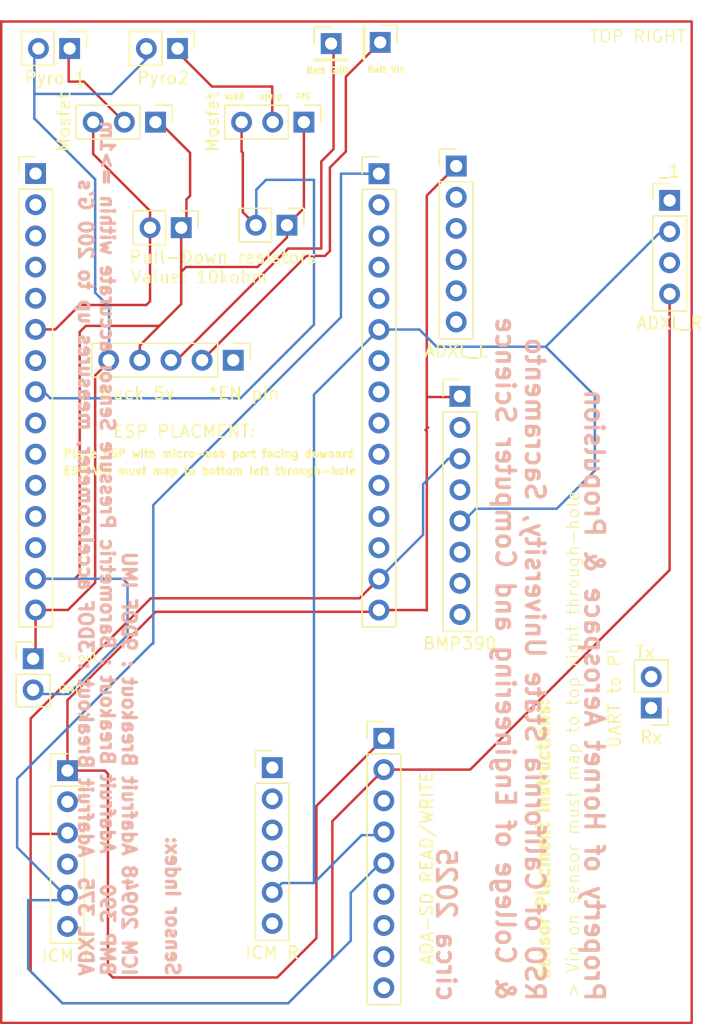
<source format=kicad_pcb>
(kicad_pcb (version 20241229) (generator "pcbnew") (generator_version "9.0")
  (layers (0 "F.Cu" mixed) (4 "In1.Cu" signal) (6 "In2.Cu" signal) (2 "B.Cu" mixed) (13 "F.Paste" user) (15 "B.Paste" user) (5 "F.SilkS" user "F.Silkscreen") (7 "B.SilkS" user "B.Silkscreen") (1 "F.Mask" user) (3 "B.Mask" user) (25 "Edge.Cuts" user))
  (net 0 "")
  (net 4 "Net-(-4-Pin_2)")
  (net 5 "Net-(-6-Pin_2)")
  (net 7 "unconnected-(J2-Pin_4-Pad4)")
  (net 10 "Battery Ground")
  (net 12 "/Vin")
  (net 16 "/GND_2")
  (net 17 "/CS_4")
  (net 19 "/MOSI")
  (net 21 "unconnected-(J9-Pin_7-Pad7)")
  (net 22 "/RX")
  (net 24 "/TX")
  (net 25 "unconnected-(J9-Pin_6-Pad6)")
  (footprint "Connector_PinHeader_2.54mm:PinHeader_1x02_P2.54mm_Vertical" (layer "F.Cu") (at 99.075 37.8 -90)
    (property "Reference" "-6" (hide yes))
    (property "Value" "Pull-Down resistors" (at 2.4 -3.425 0) (layer "F.SilkS"))
    (fp_line (start -1.38 3.92) (end 1.38 3.92) (stroke (width 0.12)) (layer "F.SilkS"))
    (fp_line (start -1.38 1.27) (end -1.38 3.92) (stroke (width 0.12)) (layer "F.SilkS"))
    (fp_line (start -1.38 1.27) (end 1.38 1.27) (stroke (width 0.12)) (layer "F.SilkS"))
    (fp_line (start 1.38 1.27) (end 1.38 3.92) (stroke (width 0.12)) (layer "F.SilkS"))
    (fp_line (start -1.38 0) (end -1.38 -1.38) (stroke (width 0.12)) (layer "F.SilkS"))
    (fp_line (start -1.38 -1.38) (end 0 -1.38) (stroke (width 0.12)) (layer "F.SilkS"))
    (pad "1" thru_hole rect (at 0 0 270) (size 1.7 1.7) (drill 1) (layers "*.Cu" "*.Mask"))
    (pad "2" thru_hole circle (at 0 2.54 270) (size 1.7 1.7) (drill 1) (layers "*.Cu" "*.Mask"))
  )
  (footprint "Connector_PinHeader_2.54mm:PinHeader_1x03_P2.54mm_Vertical" (layer "F.Cu") (at 109.08 29.2 -90)
    (property "Reference" "-3" (hide yes))
    (property "Value" "Mosfet" (at 0 7.46 90) (layer "F.SilkS"))
    (fp_line (start -1.38 6.46) (end 1.38 6.46) (stroke (width 0.12)) (layer "F.SilkS"))
    (fp_line (start -1.38 1.27) (end -1.38 6.46) (stroke (width 0.12)) (layer "F.SilkS"))
    (fp_line (start -1.38 1.27) (end 1.38 1.27) (stroke (width 0.12)) (layer "F.SilkS"))
    (fp_line (start 1.38 1.27) (end 1.38 6.46) (stroke (width 0.12)) (layer "F.SilkS"))
    (fp_line (start -1.38 0) (end -1.38 -1.38) (stroke (width 0.12)) (layer "F.SilkS"))
    (fp_line (start -1.38 -1.38) (end 0 -1.38) (stroke (width 0.12)) (layer "F.SilkS"))
    (pad "1" thru_hole rect (at 0 0 270) (size 1.7 1.7) (drill 1) (layers "*.Cu" "*.Mask"))
    (pad "2" thru_hole circle (at 0 2.54 270) (size 1.7 1.7) (drill 1) (layers "*.Cu" "*.Mask"))
    (pad "3" thru_hole circle (at 0 5.08 270) (size 1.7 1.7) (drill 1) (layers "*.Cu" "*.Mask"))
  )
  (footprint "Connector_PinHeader_2.54mm:PinHeader_1x08_P2.54mm_Vertical" (layer "F.Cu") (at 121.8 51.54)
    (property "Reference" "BMP390" (hide yes))
    (property "Value" "BMP390" (at 0 20.16 0) (layer "F.SilkS"))
    (fp_line (start -1.38 -1.38) (end 0 -1.38) (stroke (width 0.12)) (layer "F.SilkS"))
    (fp_line (start -1.38 0) (end -1.38 -1.38) (stroke (width 0.12)) (layer "F.SilkS"))
    (fp_line (start -1.38 1.27) (end -1.38 19.16) (stroke (width 0.12)) (layer "F.SilkS"))
    (fp_line (start -1.38 1.27) (end 1.38 1.27) (stroke (width 0.12)) (layer "F.SilkS"))
    (fp_line (start -1.38 19.16) (end 1.38 19.16) (stroke (width 0.12)) (layer "F.SilkS"))
    (fp_line (start 1.38 1.27) (end 1.38 19.16) (stroke (width 0.12)) (layer "F.SilkS"))
    (pad "1" thru_hole rect (at 0 0) (size 1.7 1.7) (drill 1) (layers "*.Cu" "*.Mask"))
    (pad "2" thru_hole circle (at 0 2.54) (size 1.7 1.7) (drill 1) (layers "*.Cu" "*.Mask"))
    (pad "3" thru_hole circle (at 0 5.08) (size 1.7 1.7) (drill 1) (layers "*.Cu" "*.Mask"))
    (pad "4" thru_hole circle (at 0 7.62) (size 1.7 1.7) (drill 1) (layers "*.Cu" "*.Mask"))
    (pad "5" thru_hole circle (at 0 10.16) (size 1.7 1.7) (drill 1) (layers "*.Cu" "*.Mask"))
    (pad "6" thru_hole circle (at 0 12.7) (size 1.7 1.7) (drill 1) (layers "*.Cu" "*.Mask"))
    (pad "7" thru_hole circle (at 0 15.24) (size 1.7 1.7) (drill 1) (layers "*.Cu" "*.Mask"))
    (pad "8" thru_hole circle (at 0 17.78) (size 1.7 1.7) (drill 1) (layers "*.Cu" "*.Mask"))
  )
  (footprint "Connector_PinHeader_2.54mm:PinHeader_1x03_P2.54mm_Vertical" (layer "F.Cu") (at 96.98 29.2 -90)
    (property "Reference" "-5" (hide yes))
    (property "Value" "Mosfet" (at 0 7.46 90) (layer "F.SilkS"))
    (fp_line (start -1.38 6.46) (end 1.38 6.46) (stroke (width 0.12)) (layer "F.SilkS"))
    (fp_line (start -1.38 1.27) (end -1.38 6.46) (stroke (width 0.12)) (layer "F.SilkS"))
    (fp_line (start -1.38 1.27) (end 1.38 1.27) (stroke (width 0.12)) (layer "F.SilkS"))
    (fp_line (start 1.38 1.27) (end 1.38 6.46) (stroke (width 0.12)) (layer "F.SilkS"))
    (fp_line (start -1.38 0) (end -1.38 -1.38) (stroke (width 0.12)) (layer "F.SilkS"))
    (fp_line (start -1.38 -1.38) (end 0 -1.38) (stroke (width 0.12)) (layer "F.SilkS"))
    (pad "1" thru_hole rect (at 0 0 270) (size 1.7 1.7) (drill 1) (layers "*.Cu" "*.Mask"))
    (pad "2" thru_hole circle (at 0 2.54 270) (size 1.7 1.7) (drill 1) (layers "*.Cu" "*.Mask"))
    (pad "3" thru_hole circle (at 0 5.08 270) (size 1.7 1.7) (drill 1) (layers "*.Cu" "*.Mask"))
  )
  (footprint "Connector_PinHeader_2.54mm:PinHeader_1x02_P2.54mm_Vertical" (layer "F.Cu") (at 89.975 23.2 -90)
    (property "Reference" "Pyro 1" (hide yes))
    (property "Value" "" (hide yes))
    (fp_line (start -1.38 3.92) (end 1.38 3.92) (stroke (width 0.12)) (layer "F.SilkS"))
    (fp_line (start -1.38 1.27) (end -1.38 3.92) (stroke (width 0.12)) (layer "F.SilkS"))
    (fp_line (start -1.38 1.27) (end 1.38 1.27) (stroke (width 0.12)) (layer "F.SilkS"))
    (fp_line (start 1.38 1.27) (end 1.38 3.92) (stroke (width 0.12)) (layer "F.SilkS"))
    (fp_line (start -1.38 0) (end -1.38 -1.38) (stroke (width 0.12)) (layer "F.SilkS"))
    (fp_line (start -1.38 -1.38) (end 0 -1.38) (stroke (width 0.12)) (layer "F.SilkS"))
    (fp_text user "${REFERENCE}" (at 2.4 1.175 0) (layer "F.SilkS"))
    (pad "1" thru_hole rect (at 0 0 270) (size 1.7 1.7) (drill 1) (layers "*.Cu" "*.Mask"))
    (pad "2" thru_hole circle (at 0 2.54 270) (size 1.7 1.7) (drill 1) (layers "*.Cu" "*.Mask"))
  )
  (footprint "Connector_PinHeader_2.54mm:PinHeader_1x06_P2.54mm_Vertical" (layer "F.Cu") (at 106.5 81.8)
    (property "Reference" "-8" (hide yes))
    (property "Value" "ICM R" (at 0 15.08 0) (layer "F.SilkS"))
    (fp_line (start -1.38 -1.38) (end 0 -1.38) (stroke (width 0.12)) (layer "F.SilkS"))
    (fp_line (start -1.38 0) (end -1.38 -1.38) (stroke (width 0.12)) (layer "F.SilkS"))
    (fp_line (start -1.38 1.27) (end -1.38 14.08) (stroke (width 0.12)) (layer "F.SilkS"))
    (fp_line (start -1.38 1.27) (end 1.38 1.27) (stroke (width 0.12)) (layer "F.SilkS"))
    (fp_line (start -1.38 14.08) (end 1.38 14.08) (stroke (width 0.12)) (layer "F.SilkS"))
    (fp_line (start 1.38 1.27) (end 1.38 14.08) (stroke (width 0.12)) (layer "F.SilkS"))
    (pad "1" thru_hole rect (at 0 0) (size 1.7 1.7) (drill 1) (layers "*.Cu" "*.Mask"))
    (pad "2" thru_hole circle (at 0 2.54) (size 1.7 1.7) (drill 1) (layers "*.Cu" "*.Mask"))
    (pad "3" thru_hole circle (at 0 5.08) (size 1.7 1.7) (drill 1) (layers "*.Cu" "*.Mask"))
    (pad "4" thru_hole circle (at 0 7.62) (size 1.7 1.7) (drill 1) (layers "*.Cu" "*.Mask"))
    (pad "5" thru_hole circle (at 0 10.16) (size 1.7 1.7) (drill 1) (layers "*.Cu" "*.Mask"))
    (pad "6" thru_hole circle (at 0 12.7) (size 1.7 1.7) (drill 1) (layers "*.Cu" "*.Mask"))
  )
  (footprint "Connector_PinHeader_2.54mm:PinHeader_1x02_P2.54mm_Vertical" (layer "F.Cu") (at 107.7 37.6 -90)
    (property "Reference" "-4" (hide yes))
    (property "Value" "Pull-Down resistor" (hide yes))
    (fp_line (start -1.38 3.92) (end 1.38 3.92) (stroke (width 0.12)) (layer "F.SilkS"))
    (fp_line (start -1.38 1.27) (end -1.38 3.92) (stroke (width 0.12)) (layer "F.SilkS"))
    (fp_line (start -1.38 1.27) (end 1.38 1.27) (stroke (width 0.12)) (layer "F.SilkS"))
    (fp_line (start 1.38 1.27) (end 1.38 3.92) (stroke (width 0.12)) (layer "F.SilkS"))
    (fp_line (start -1.38 0) (end -1.38 -1.38) (stroke (width 0.12)) (layer "F.SilkS"))
    (fp_line (start -1.38 -1.38) (end 0 -1.38) (stroke (width 0.12)) (layer "F.SilkS"))
    (pad "1" thru_hole rect (at 0 0 270) (size 1.7 1.7) (drill 1) (layers "*.Cu" "*.Mask"))
    (pad "2" thru_hole circle (at 0 2.54 270) (size 1.7 1.7) (drill 1) (layers "*.Cu" "*.Mask"))
  )
  (footprint "Connector_PinHeader_2.54mm:PinHeader_1x05_P2.54mm_Vertical" (layer "F.Cu") (at 103.32 48.6 -90)
    (property "Reference" "Buck 5v" (at 2.7 7.82 180) (layer "F.SilkS"))
    (property "Value" "*EN pin" (at 2.7 -0.88 0) (layer "F.SilkS"))
    (fp_line (start -1.38 11.54) (end 1.38 11.54) (stroke (width 0.12)) (layer "F.SilkS"))
    (fp_line (start -1.38 1.27) (end -1.38 11.54) (stroke (width 0.12)) (layer "F.SilkS"))
    (fp_line (start -1.38 1.27) (end 1.38 1.27) (stroke (width 0.12)) (layer "F.SilkS"))
    (fp_line (start 1.38 1.27) (end 1.38 11.54) (stroke (width 0.12)) (layer "F.SilkS"))
    (fp_line (start -1.38 0) (end -1.38 -1.38) (stroke (width 0.12)) (layer "F.SilkS"))
    (fp_line (start -1.38 -1.38) (end 0 -1.38) (stroke (width 0.12)) (layer "F.SilkS"))
    (pad "1" thru_hole rect (at 0 0 270) (size 1.7 1.7) (drill 1) (layers "*.Cu" "*.Mask"))
    (pad "2" thru_hole circle (at 0 2.54 270) (size 1.7 1.7) (drill 1) (layers "*.Cu" "*.Mask"))
    (pad "3" thru_hole circle (at 0 5.08 270) (size 1.7 1.7) (drill 1) (layers "*.Cu" "*.Mask"))
    (pad "4" thru_hole circle (at 0 7.62 270) (size 1.7 1.7) (drill 1) (layers "*.Cu" "*.Mask"))
    (pad "5" thru_hole circle (at 0 10.16 270) (size 1.7 1.7) (drill 1) (layers "*.Cu" "*.Mask"))
  )
  (footprint "Connector_PinHeader_2.54mm:PinHeader_1x15_P2.54mm_Vertical" (layer "F.Cu") (at 87.2 33.39)
    (property "Reference" "ESP_L" (hide yes))
    (property "Value" "ESP left_pins" (hide yes))
    (fp_line (start -1.38 -1.38) (end 0 -1.38) (stroke (width 0.12)) (layer "F.SilkS"))
    (fp_line (start -1.38 0) (end -1.38 -1.38) (stroke (width 0.12)) (layer "F.SilkS"))
    (fp_line (start -1.38 1.27) (end -1.38 36.94) (stroke (width 0.12)) (layer "F.SilkS"))
    (fp_line (start -1.38 1.27) (end 1.38 1.27) (stroke (width 0.12)) (layer "F.SilkS"))
    (fp_line (start -1.38 36.94) (end 1.38 36.94) (stroke (width 0.12)) (layer "F.SilkS"))
    (fp_line (start 1.38 1.27) (end 1.38 36.94) (stroke (width 0.12)) (layer "F.SilkS"))
    (pad "1" thru_hole rect (at 0 0) (size 1.7 1.7) (drill 1) (layers "*.Cu" "*.Mask"))
    (pad "2" thru_hole circle (at 0 2.54) (size 1.7 1.7) (drill 1) (layers "*.Cu" "*.Mask"))
    (pad "3" thru_hole circle (at 0 5.08) (size 1.7 1.7) (drill 1) (layers "*.Cu" "*.Mask"))
    (pad "4" thru_hole circle (at 0 7.62) (size 1.7 1.7) (drill 1) (layers "*.Cu" "*.Mask") (net 7 "unconnected-(J2-Pin_4-Pad4)"))
    (pad "5" thru_hole circle (at 0 10.16) (size 1.7 1.7) (drill 1) (layers "*.Cu" "*.Mask"))
    (pad "6" thru_hole circle (at 0 12.7) (size 1.7 1.7) (drill 1) (layers "*.Cu" "*.Mask") (net 5 "Net-(-6-Pin_2)"))
    (pad "7" thru_hole circle (at 0 15.24) (size 1.7 1.7) (drill 1) (layers "*.Cu" "*.Mask"))
    (pad "8" thru_hole circle (at 0 17.78) (size 1.7 1.7) (drill 1) (layers "*.Cu" "*.Mask") (net 4 "Net-(-4-Pin_2)"))
    (pad "9" thru_hole circle (at 0 20.32) (size 1.7 1.7) (drill 1) (layers "*.Cu" "*.Mask"))
    (pad "10" thru_hole circle (at 0 22.86) (size 1.7 1.7) (drill 1) (layers "*.Cu" "*.Mask"))
    (pad "11" thru_hole circle (at 0 25.4) (size 1.7 1.7) (drill 1) (layers "*.Cu" "*.Mask"))
    (pad "12" thru_hole circle (at 0 27.94) (size 1.7 1.7) (drill 1) (layers "*.Cu" "*.Mask"))
    (pad "13" thru_hole circle (at 0 30.48) (size 1.7 1.7) (drill 1) (layers "*.Cu" "*.Mask"))
    (pad "14" thru_hole circle (at 0 33.02) (size 1.7 1.7) (drill 1) (layers "*.Cu" "*.Mask") (net 16 "/GND_2"))
    (pad "15" thru_hole circle (at 0 35.56) (size 1.7 1.7) (drill 1) (layers "*.Cu" "*.Mask") (net 12 "/Vin"))
  )
  (footprint "Connector_PinHeader_2.54mm:PinHeader_1x01_P2.54mm_Vertical" (layer "F.Cu") (at 115.3 22.7 -90)
    (property "Reference" "J4" (hide yes))
    (property "Value" "Batt_Vin" (hide yes))
    (fp_line (start -1.38 1.38) (end 1.38 1.38) (stroke (width 0.12)) (layer "F.SilkS"))
    (fp_line (start -1.38 1.27) (end -1.38 1.38) (stroke (width 0.12)) (layer "F.SilkS"))
    (fp_line (start -1.38 1.27) (end 1.38 1.27) (stroke (width 0.12)) (layer "F.SilkS"))
    (fp_line (start 1.38 1.27) (end 1.38 1.38) (stroke (width 0.12)) (layer "F.SilkS"))
    (fp_line (start -1.38 0) (end -1.38 -1.38) (stroke (width 0.12)) (layer "F.SilkS"))
    (fp_line (start -1.38 -1.38) (end 0 -1.38) (stroke (width 0.12)) (layer "F.SilkS"))
    (pad "1" thru_hole rect (at 0 0 270) (size 1.7 1.7) (drill 1) (layers "*.Cu" "*.Mask"))
  )
  (footprint "Connector_PinHeader_2.54mm:PinHeader_1x01_P2.54mm_Vertical" (layer "F.Cu") (at 111.3 22.8)
    (property "Reference" "Batt GND" (at -0.3 2.2 0) (layer "F.SilkS") (effects (font (size 0.5 0.5) (thickness 0.1375))))
    (property "Value" "Batt_GND" (hide yes))
    (fp_line (start -1.38 -1.38) (end 0 -1.38) (stroke (width 0.12)) (layer "F.SilkS"))
    (fp_line (start -1.38 0) (end -1.38 -1.38) (stroke (width 0.12)) (layer "F.SilkS"))
    (fp_line (start -1.38 1.27) (end -1.38 1.38) (stroke (width 0.12)) (layer "F.SilkS"))
    (fp_line (start -1.38 1.27) (end 1.38 1.27) (stroke (width 0.12)) (layer "F.SilkS"))
    (fp_line (start -1.38 1.38) (end 1.38 1.38) (stroke (width 0.12)) (layer "F.SilkS"))
    (fp_line (start 1.38 1.27) (end 1.38 1.38) (stroke (width 0.12)) (layer "F.SilkS"))
    (pad "1" thru_hole rect (at 0 0) (size 1.7 1.7) (drill 1) (layers "*.Cu" "*.Mask") (net 10 "Battery Ground"))
  )
  (footprint "Connector_PinHeader_2.54mm:PinHeader_1x04_P2.54mm_Vertical" (layer "F.Cu") (at 138.9 35.58)
    (property "Reference" "_1" (at 0 -2.38 0) (layer "F.SilkS"))
    (property "Value" "ADXL_R" (at 0 10 0) (layer "F.SilkS"))
    (fp_line (start -1.38 -1.38) (end 0 -1.38) (stroke (width 0.12)) (layer "F.SilkS"))
    (fp_line (start -1.38 0) (end -1.38 -1.38) (stroke (width 0.12)) (layer "F.SilkS"))
    (fp_line (start -1.38 1.27) (end -1.38 9) (stroke (width 0.12)) (layer "F.SilkS"))
    (fp_line (start -1.38 1.27) (end 1.38 1.27) (stroke (width 0.12)) (layer "F.SilkS"))
    (fp_line (start -1.38 9) (end 1.38 9) (stroke (width 0.12)) (layer "F.SilkS"))
    (fp_line (start 1.38 1.27) (end 1.38 9) (stroke (width 0.12)) (layer "F.SilkS"))
    (pad "1" thru_hole rect (at 0 0) (size 1.7 1.7) (drill 1) (layers "*.Cu" "*.Mask"))
    (pad "2" thru_hole circle (at 0 2.54) (size 1.7 1.7) (drill 1) (layers "*.Cu" "*.Mask"))
    (pad "3" thru_hole circle (at 0 5.08) (size 1.7 1.7) (drill 1) (layers "*.Cu" "*.Mask"))
    (pad "4" thru_hole circle (at 0 7.62) (size 1.7 1.7) (drill 1) (layers "*.Cu" "*.Mask"))
  )
  (footprint "Connector_PinHeader_2.54mm:PinHeader_1x06_P2.54mm_Vertical" (layer "F.Cu") (at 89.8 82.04)
    (property "Reference" "-7" (hide yes))
    (property "Value" "ICM L" (at 0 15.08 0) (layer "F.SilkS"))
    (fp_line (start -1.38 -1.38) (end 0 -1.38) (stroke (width 0.12)) (layer "F.SilkS"))
    (fp_line (start -1.38 0) (end -1.38 -1.38) (stroke (width 0.12)) (layer "F.SilkS"))
    (fp_line (start -1.38 1.27) (end -1.38 14.08) (stroke (width 0.12)) (layer "F.SilkS"))
    (fp_line (start -1.38 1.27) (end 1.38 1.27) (stroke (width 0.12)) (layer "F.SilkS"))
    (fp_line (start -1.38 14.08) (end 1.38 14.08) (stroke (width 0.12)) (layer "F.SilkS"))
    (fp_line (start 1.38 1.27) (end 1.38 14.08) (stroke (width 0.12)) (layer "F.SilkS"))
    (pad "1" thru_hole rect (at 0 0) (size 1.7 1.7) (drill 1) (layers "*.Cu" "*.Mask"))
    (pad "2" thru_hole circle (at 0 2.54) (size 1.7 1.7) (drill 1) (layers "*.Cu" "*.Mask"))
    (pad "3" thru_hole circle (at 0 5.08) (size 1.7 1.7) (drill 1) (layers "*.Cu" "*.Mask"))
    (pad "4" thru_hole circle (at 0 7.62) (size 1.7 1.7) (drill 1) (layers "*.Cu" "*.Mask"))
    (pad "5" thru_hole circle (at 0 10.16) (size 1.7 1.7) (drill 1) (layers "*.Cu" "*.Mask"))
    (pad "6" thru_hole circle (at 0 12.7) (size 1.7 1.7) (drill 1) (layers "*.Cu" "*.Mask"))
  )
  (footprint "Connector_PinHeader_2.54mm:PinHeader_1x09_P2.54mm_Vertical" (layer "F.Cu") (at 115.6 79.42)
    (property "Reference" "J11" (hide yes))
    (property "Value" "ADA-SD READ/WRITE" (at 3.5 10.58 90) (layer "F.SilkS"))
    (fp_line (start -1.38 -1.38) (end 0 -1.38) (stroke (width 0.12)) (layer "F.SilkS"))
    (fp_line (start -1.38 0) (end -1.38 -1.38) (stroke (width 0.12)) (layer "F.SilkS"))
    (fp_line (start -1.38 1.27) (end -1.38 21.7) (stroke (width 0.12)) (layer "F.SilkS"))
    (fp_line (start -1.38 1.27) (end 1.38 1.27) (stroke (width 0.12)) (layer "F.SilkS"))
    (fp_line (start -1.38 21.7) (end 1.38 21.7) (stroke (width 0.12)) (layer "F.SilkS"))
    (fp_line (start 1.38 1.27) (end 1.38 21.7) (stroke (width 0.12)) (layer "F.SilkS"))
    (pad "1" thru_hole rect (at 0 0) (size 1.7 1.7) (drill 1) (layers "*.Cu" "*.Mask"))
    (pad "2" thru_hole circle (at 0 2.54) (size 1.7 1.7) (drill 1) (layers "*.Cu" "*.Mask"))
    (pad "3" thru_hole circle (at 0 5.08) (size 1.7 1.7) (drill 1) (layers "*.Cu" "*.Mask"))
    (pad "4" thru_hole circle (at 0 7.62) (size 1.7 1.7) (drill 1) (layers "*.Cu" "*.Mask"))
    (pad "5" thru_hole circle (at 0 10.16) (size 1.7 1.7) (drill 1) (layers "*.Cu" "*.Mask"))
    (pad "6" thru_hole circle (at 0 12.7) (size 1.7 1.7) (drill 1) (layers "*.Cu" "*.Mask"))
    (pad "7" thru_hole circle (at 0 15.24) (size 1.7 1.7) (drill 1) (layers "*.Cu" "*.Mask"))
    (pad "8" thru_hole circle (at 0 17.78) (size 1.7 1.7) (drill 1) (layers "*.Cu" "*.Mask"))
    (pad "9" thru_hole circle (at 0 20.32) (size 1.7 1.7) (drill 1) (layers "*.Cu" "*.Mask"))
  )
  (footprint "Connector_PinHeader_2.54mm:PinHeader_1x15_P2.54mm_Vertical" (layer "F.Cu") (at 115.2 33.4)
    (property "Reference" "ESP_R" (hide yes))
    (property "Value" "ESP right_pins" (hide yes))
    (fp_line (start -1.38 -1.38) (end 0 -1.38) (stroke (width 0.12)) (layer "F.SilkS"))
    (fp_line (start -1.38 0) (end -1.38 -1.38) (stroke (width 0.12)) (layer "F.SilkS"))
    (fp_line (start -1.38 1.27) (end -1.38 36.94) (stroke (width 0.12)) (layer "F.SilkS"))
    (fp_line (start -1.38 1.27) (end 1.38 1.27) (stroke (width 0.12)) (layer "F.SilkS"))
    (fp_line (start -1.38 36.94) (end 1.38 36.94) (stroke (width 0.12)) (layer "F.SilkS"))
    (fp_line (start 1.38 1.27) (end 1.38 36.94) (stroke (width 0.12)) (layer "F.SilkS"))
    (pad "1" thru_hole rect (at 0 0) (size 1.7 1.7) (drill 1) (layers "*.Cu" "*.Mask") (net 19 "/MOSI"))
    (pad "2" thru_hole circle (at 0 2.54) (size 1.7 1.7) (drill 1) (layers "*.Cu" "*.Mask"))
    (pad "3" thru_hole circle (at 0 5.08) (size 1.7 1.7) (drill 1) (layers "*.Cu" "*.Mask"))
    (pad "4" thru_hole circle (at 0 7.62) (size 1.7 1.7) (drill 1) (layers "*.Cu" "*.Mask"))
    (pad "5" thru_hole circle (at 0 10.16) (size 1.7 1.7) (drill 1) (layers "*.Cu" "*.Mask"))
    (pad "6" thru_hole circle (at 0 12.7) (size 1.7 1.7) (drill 1) (layers "*.Cu" "*.Mask") (net 25 "unconnected-(J9-Pin_6-Pad6)"))
    (pad "7" thru_hole circle (at 0 15.24) (size 1.7 1.7) (drill 1) (layers "*.Cu" "*.Mask") (net 21 "unconnected-(J9-Pin_7-Pad7)"))
    (pad "8" thru_hole circle (at 0 17.78) (size 1.7 1.7) (drill 1) (layers "*.Cu" "*.Mask") (net 17 "/CS_4"))
    (pad "9" thru_hole circle (at 0 20.32) (size 1.7 1.7) (drill 1) (layers "*.Cu" "*.Mask") (net 24 "/TX"))
    (pad "10" thru_hole circle (at 0 22.86) (size 1.7 1.7) (drill 1) (layers "*.Cu" "*.Mask") (net 22 "/RX"))
    (pad "11" thru_hole circle (at 0 25.4) (size 1.7 1.7) (drill 1) (layers "*.Cu" "*.Mask"))
    (pad "12" thru_hole circle (at 0 27.94) (size 1.7 1.7) (drill 1) (layers "*.Cu" "*.Mask"))
    (pad "13" thru_hole circle (at 0 30.48) (size 1.7 1.7) (drill 1) (layers "*.Cu" "*.Mask"))
    (pad "14" thru_hole circle (at 0 33.02) (size 1.7 1.7) (drill 1) (layers "*.Cu" "*.Mask"))
    (pad "15" thru_hole circle (at 0 35.56) (size 1.7 1.7) (drill 1) (layers "*.Cu" "*.Mask"))
  )
  (footprint "Connector_PinHeader_2.54mm:PinHeader_1x06_P2.54mm_Vertical" (layer "F.Cu") (at 121.5 32.78)
    (property "Reference" "_2" (hide yes))
    (property "Value" "ADXL_L" (at 0 15.08 0) (layer "F.SilkS"))
    (fp_line (start -1.38 -1.38) (end 0 -1.38) (stroke (width 0.12)) (layer "F.SilkS"))
    (fp_line (start -1.38 0) (end -1.38 -1.38) (stroke (width 0.12)) (layer "F.SilkS"))
    (fp_line (start -1.38 1.27) (end -1.38 14.08) (stroke (width 0.12)) (layer "F.SilkS"))
    (fp_line (start -1.38 1.27) (end 1.38 1.27) (stroke (width 0.12)) (layer "F.SilkS"))
    (fp_line (start -1.38 14.08) (end 1.38 14.08) (stroke (width 0.12)) (layer "F.SilkS"))
    (fp_line (start 1.38 1.27) (end 1.38 14.08) (stroke (width 0.12)) (layer "F.SilkS"))
    (pad "1" thru_hole rect (at 0 0) (size 1.7 1.7) (drill 1) (layers "*.Cu" "*.Mask"))
    (pad "2" thru_hole circle (at 0 2.54) (size 1.7 1.7) (drill 1) (layers "*.Cu" "*.Mask"))
    (pad "3" thru_hole circle (at 0 5.08) (size 1.7 1.7) (drill 1) (layers "*.Cu" "*.Mask"))
    (pad "4" thru_hole circle (at 0 7.62) (size 1.7 1.7) (drill 1) (layers "*.Cu" "*.Mask"))
    (pad "5" thru_hole circle (at 0 10.16) (size 1.7 1.7) (drill 1) (layers "*.Cu" "*.Mask"))
    (pad "6" thru_hole circle (at 0 12.7) (size 1.7 1.7) (drill 1) (layers "*.Cu" "*.Mask"))
  )
  (footprint "Connector_PinHeader_2.54mm:PinHeader_1x02_P2.54mm_Vertical" (layer "F.Cu") (at 98.775 23.2 -90)
    (property "Reference" "_3" (hide yes))
    (property "Value" "Pyro2" (at 2.4 1.175 180) (layer "F.SilkS"))
    (fp_line (start -1.38 3.92) (end 1.38 3.92) (stroke (width 0.12)) (layer "F.SilkS"))
    (fp_line (start -1.38 1.27) (end -1.38 3.92) (stroke (width 0.12)) (layer "F.SilkS"))
    (fp_line (start -1.38 1.27) (end 1.38 1.27) (stroke (width 0.12)) (layer "F.SilkS"))
    (fp_line (start 1.38 1.27) (end 1.38 3.92) (stroke (width 0.12)) (layer "F.SilkS"))
    (fp_line (start -1.38 0) (end -1.38 -1.38) (stroke (width 0.12)) (layer "F.SilkS"))
    (fp_line (start -1.38 -1.38) (end 0 -1.38) (stroke (width 0.12)) (layer "F.SilkS"))
    (pad "1" thru_hole rect (at 0 0 270) (size 1.7 1.7) (drill 1) (layers "*.Cu" "*.Mask"))
    (pad "2" thru_hole circle (at 0 2.54 270) (size 1.7 1.7) (drill 1) (layers "*.Cu" "*.Mask"))
  )
  (footprint "Connector_PinHeader_2.54mm:PinHeader_1x02_P2.54mm_Vertical" (layer "F.Cu") (at 137.4 76.94 180)
    (property "Reference" "Rx" (at 0 -2.38 0) (layer "F.SilkS"))
    (property "Value" "UART to Pi" (at 3 0.775 90) (layer "F.SilkS"))
    (fp_line (start 1.38 1.27) (end 1.38 3.92) (stroke (width 0.12)) (layer "F.SilkS"))
    (fp_line (start -1.38 3.92) (end 1.38 3.92) (stroke (width 0.12)) (layer "F.SilkS"))
    (fp_line (start -1.38 1.27) (end 1.38 1.27) (stroke (width 0.12)) (layer "F.SilkS"))
    (fp_line (start -1.38 1.27) (end -1.38 3.92) (stroke (width 0.12)) (layer "F.SilkS"))
    (fp_line (start -1.38 0) (end -1.38 -1.38) (stroke (width 0.12)) (layer "F.SilkS"))
    (fp_line (start -1.38 -1.38) (end 0 -1.38) (stroke (width 0.12)) (layer "F.SilkS"))
    (fp_text user "Tx" (at 0.5 4.54 180) (layer "F.SilkS"))
    (pad "1" thru_hole rect (at 0 0 180) (size 1.7 1.7) (drill 1) (layers "*.Cu" "*.Mask"))
    (pad "2" thru_hole circle (at 0 2.54 180) (size 1.7 1.7) (drill 1) (layers "*.Cu" "*.Mask"))
  )
  (footprint "Connector_PinHeader_2.54mm:PinHeader_1x02_P2.54mm_Vertical" (layer "F.Cu") (at 87 72.925)
    (property "Reference" "ESP PLACMENT: " (at 12.7 -18.525 0) (layer "F.SilkS"))
    (property "Value" "PowerToPi" (hide yes))
    (fp_line (start -1.38 -1.38) (end 0 -1.38) (stroke (width 0.12)) (layer "F.SilkS"))
    (fp_line (start -1.38 0) (end -1.38 -1.38) (stroke (width 0.12)) (layer "F.SilkS"))
    (fp_line (start -1.38 1.27) (end -1.38 3.92) (stroke (width 0.12)) (layer "F.SilkS"))
    (fp_line (start -1.38 1.27) (end 1.38 1.27) (stroke (width 0.12)) (layer "F.SilkS"))
    (fp_line (start -1.38 3.92) (end 1.38 3.92) (stroke (width 0.12)) (layer "F.SilkS"))
    (fp_line (start 1.38 1.27) (end 1.38 3.92) (stroke (width 0.12)) (layer "F.SilkS"))
    (pad "1" thru_hole rect (at 0 0) (size 1.7 1.7) (drill 1) (layers "*.Cu" "*.Mask"))
    (pad "2" thru_hole circle (at 0 2.54) (size 1.7 1.7) (drill 1) (layers "*.Cu" "*.Mask"))
  )
  (gr_rect (start 84.4 21) (end 140.7 102.6) (stroke (width 0.2)) (fill no) (layer "F.Cu") (net 10))
  (gr_text "Place ESP with micro-usb port facing downard" (at 89.4 56.6 0) (layer "F.SilkS") (effects (font (size 0.65 0.65) (thickness 0.3) (bold yes)) (justify left bottom)))
  (gr_text "Src\n" (at 109.7 26.8 180) (layer "F.SilkS") (effects (font (size 0.5 0.5) (thickness 0.3) (bold yes)) (justify left bottom)))
  (gr_text "> Vin on sensor must map to top right through-hole\n" (at 131.6 100.6 90) (layer "F.SilkS") (effects (font (size 1 1) (thickness 0.1)) (justify left bottom)))
  (gr_text "TOP RIGHT" (at 132.3 22.8 0) (layer "F.SilkS") (effects (font (size 1 1) (thickness 0.1)) (justify left bottom)))
  (gr_text "ESP VIN must map to bottom left through-hole\n" (at 89.4 58 0) (layer "F.SilkS") (effects (font (size 0.65 0.65) (thickness 0.65) (bold yes)) (justify left bottom)))
  (gr_text "5v out" (at 89 73.2 0) (layer "F.SilkS") (effects (font (size 0.65 0.65) (thickness 0.1)) (justify left bottom)))
  (gr_text "GND" (at 89 75.8 0) (layer "F.SilkS") (effects (font (size 0.65 0.65) (thickness 0.1)) (justify left bottom)))
  (gr_text "Value: 10kohm " (at 94.9 42.4 0) (layer "F.SilkS") (effects (font (size 1 1) (thickness 0.125)) (justify left bottom)))
  (gr_text "drain\n" (at 107.4 26.9 180) (layer "F.SilkS") (effects (font (size 0.5 0.5) (thickness 0.3) (bold yes)) (justify left bottom)))
  (gr_text "Sensor Placment Instructions:" (at 129.2 99.2 90) (layer "F.SilkS") (effects (font (size 1 1) (thickness 0.3) (bold yes)) (justify left bottom)))
  (gr_text "gate" (at 104.3 26.9 180) (layer "F.SilkS") (effects (font (size 0.5 0.5) (thickness 0.3) (bold yes)) (justify left bottom)))
  (gr_text "Batt Vin" (at 114.2 25.2 0) (layer "F.SilkS") (effects (font (size 0.5 0.5) (thickness 0.3) (bold yes)) (justify left bottom)))
  (gr_text "Property of Hornet Aerospace & Propulsion \n\nRSO of California State University, Sacramento \n& College of Engineering and Computer Science \n\ncirca 2025 " (at 119.8 101 270) (layer "B.SilkS") (effects (font (size 1.5 1.5) (thickness 0.3) (bold yes)) (justify left bottom mirror)))
  (gr_text "Sensor Index: \n\nICM 20948 Adafruit Breakout : 9DOF IMU \nBMP 390   Adafruit Breakout : Barometric Pressure Sensor accurate within =>1m   \nADXL 375  Adafruit Breakout : 3DOF accelerometer, measures up to 200 G's\n\n\n" (at 87.1 98.9 270) (layer "B.SilkS") (effects (font (size 1.1 1.1) (thickness 0.275) (bold yes)) (justify left bottom mirror)))
  (segment (start 89.8 82.04) (end 92.84 82.04) (width 0.2) (layer "F.Cu") (net 0))
  (segment (start 119.1 54.19) (end 119.1 51.6) (width 0.2) (layer "F.Cu") (net 0))
  (segment (start 113.62 68) (end 96.6 68) (width 0.2) (layer "F.Cu") (net 0))
  (segment (start 119.1 68.99) (end 119.1 54.39) (width 0.2) (layer "F.Cu") (net 0))
  (segment (start 115.06 69.1) (end 97 69.1) (width 0.2) (layer "F.Cu") (net 0))
  (segment (start 119.1 51.6) (end 119.1 35.18) (width 0.2) (layer "F.Cu") (net 0))
  (segment (start 110.1 95.7) (end 110.1 84.92) (width 0.2) (layer "F.Cu") (net 0))
  (segment (start 119.1 51.6) (end 121.74 51.6) (width 0.2) (layer "F.Cu") (net 0))
  (segment (start 115.74 81.82) (end 115.6 81.96) (width 0.2) (layer "F.Cu") (net 0))
  (segment (start 89.72 87.2) (end 89.8 87.12) (width 0.2) (layer "F.Cu") (net 0))
  (segment (start 112.5 25.5) (end 112.5 31.6) (width 0.2) (layer "F.Cu") (net 0))
  (segment (start 106.54 29.2) (end 106.5 29.16) (width 0.2) (layer "F.Cu") (net 0))
  (segment (start 106.5 29.16) (end 106.5 26.3) (width 0.2) (layer "F.Cu") (net 0))
  (segment (start 110.8 40.1) (end 109.28 40.1) (width 0.2) (layer "F.Cu") (net 0))
  (segment (start 89.8 76.3) (end 89.8 82.04) (width 0.2) (layer "F.Cu") (net 0))
  (segment (start 115.6 81.96) (end 122.64 81.96) (width 0.2) (layer "F.Cu") (net 0))
  (segment (start 107.8 101) (end 111.4 97.4) (width 0.2) (layer "F.Cu") (net 0))
  (segment (start 92.84 82.04) (end 93.1 82.3) (width 0.2) (layer "F.Cu") (net 0))
  (segment (start 115.3 22.7) (end 112.5 25.5) (width 0.2) (layer "F.Cu") (net 0))
  (segment (start 115.2 66.42) (end 113.62 68) (width 0.2) (layer "F.Cu") (net 0))
  (segment (start 138.9 65.7) (end 138.9 43.2) (width 0.2) (layer "F.Cu") (net 0))
  (segment (start 111.2 32.9) (end 111.2 39.7) (width 0.2) (layer "F.Cu") (net 0))
  (segment (start 115.2 68.96) (end 119.07 68.96) (width 0.2) (layer "F.Cu") (net 0))
  (segment (start 119.1 54.19) (end 119.21 54.08) (width 0.2) (layer "F.Cu") (net 0))
  (segment (start 89.9 25.9) (end 89.9 23.275) (width 0.2) (layer "F.Cu") (net 0))
  (segment (start 86.8 77.8) (end 86.8 87.2) (width 0.2) (layer "F.Cu") (net 0))
  (segment (start 109.28 40.1) (end 100.78 48.6) (width 0.2) (layer "F.Cu") (net 0))
  (segment (start 111.4 86.16) (end 115.6 81.96) (width 0.2) (layer "F.Cu") (net 0))
  (segment (start 119.1 35.18) (end 121.5 32.78) (width 0.2) (layer "F.Cu") (net 0))
  (segment (start 111.4 97.4) (end 111.4 86.16) (width 0.2) (layer "F.Cu") (net 0))
  (segment (start 119 54.29) (end 119.1 54.19) (width 0.2) (layer "F.Cu") (net 0))
  (segment (start 89.4 101) (end 107.8 101) (width 0.2) (layer "F.Cu") (net 0))
  (segment (start 115.2 68.96) (end 115.06 69.1) (width 0.2) (layer "F.Cu") (net 0))
  (segment (start 89.9 23.275) (end 89.975 23.2) (width 0.2) (layer "F.Cu") (net 0))
  (segment (start 106.5 26.3) (end 101.585 26.3) (width 0.2) (layer "F.Cu") (net 0))
  (segment (start 101.585 26.3) (end 99.185 23.9) (width 0.2) (layer "F.Cu") (net 0))
  (segment (start 96.6 68) (end 86.8 77.8) (width 0.2) (layer "F.Cu") (net 0))
  (segment (start 86.8 98.4) (end 89.4 101) (width 0.2) (layer "F.Cu") (net 0))
  (segment (start 93.1 82.3) (end 93.1 98.5) (width 0.2) (layer "F.Cu") (net 0))
  (segment (start 111.2 39.7) (end 110.8 40.1) (width 0.2) (layer "F.Cu") (net 0))
  (segment (start 86.8 87.2) (end 89.72 87.2) (width 0.2) (layer "F.Cu") (net 0))
  (segment (start 110.1 84.92) (end 115.6 79.42) (width 0.2) (layer "F.Cu") (net 0))
  (segment (start 86.8 87.2) (end 86.8 98.4) (width 0.2) (layer "F.Cu") (net 0))
  (segment (start 115.2 79.02) (end 115.6 79.42) (width 0.2) (layer "F.Cu") (net 0))
  (segment (start 93.5 98.9) (end 106.9 98.9) (width 0.2) (layer "F.Cu") (net 0))
  (segment (start 119.07 68.96) (end 119.1 68.99) (width 0.2) (layer "F.Cu") (net 0))
  (segment (start 91.14 25.9) (end 89.9 25.9) (width 0.2) (layer "F.Cu") (net 0))
  (segment (start 93.1 98.5) (end 93.5 98.9) (width 0.2) (layer "F.Cu") (net 0))
  (segment (start 112.5 31.6) (end 111.2 32.9) (width 0.2) (layer "F.Cu") (net 0))
  (segment (start 121.74 51.6) (end 121.8 51.54) (width 0.2) (layer "F.Cu") (net 0))
  (segment (start 119.1 54.39) (end 119 54.29) (width 0.2) (layer "F.Cu") (net 0))
  (segment (start 94.44 29.2) (end 91.14 25.9) (width 0.2) (layer "F.Cu") (net 0))
  (segment (start 97 69.1) (end 89.8 76.3) (width 0.2) (layer "F.Cu") (net 0))
  (segment (start 122.64 81.96) (end 138.9 65.7) (width 0.2) (layer "F.Cu") (net 0))
  (segment (start 106.9 98.9) (end 110.1 95.7) (width 0.2) (layer "F.Cu") (net 0))
  (segment (start 115.2 66.42) (end 118.8 62.82) (width 0.2) (layer "B.Cu") (net 0))
  (segment (start 115.2 66.42) (end 115.08 66.42) (width 0.2) (layer "B.Cu") (net 0))
  (segment (start 120.88 56.62) (end 121.8 56.62) (width 0.2) (layer "B.Cu") (net 0))
  (segment (start 118.8 62.82) (end 118.8 58.7) (width 0.2) (layer "B.Cu") (net 0))
  (segment (start 115.2 68.96) (end 115.2 69.19) (width 0.2) (layer "B.Cu") (net 0))
  (segment (start 115.22 79.8) (end 115.6 79.42) (width 0.2) (layer "B.Cu") (net 0))
  (segment (start 115.2 69.19) (end 115.3 69.29) (width 0.2) (layer "B.Cu") (net 0))
  (segment (start 118.8 58.7) (end 120.88 56.62) (width 0.2) (layer "B.Cu") (net 0))
  (segment (start 104.1 36.54) (end 105.16 37.6) (width 0.2) (layer "F.Cu") (net 4))
  (segment (start 104 31.6) (end 104.1 31.7) (width 0.2) (layer "F.Cu") (net 4))
  (segment (start 104 29.2) (end 104 31.6) (width 0.2) (layer "F.Cu") (net 4))
  (segment (start 104.1 31.7) (end 104.1 36.54) (width 0.2) (layer "F.Cu") (net 4))
  (segment (start 107.7 47.9) (end 103.9 51.7) (width 0.2) (layer "B.Cu") (net 4))
  (segment (start 105.2 37.5) (end 105.4 37.7) (width 0.2) (layer "B.Cu") (net 4))
  (segment (start 103.9 51.7) (end 88.4 51.7) (width 0.2) (layer "B.Cu") (net 4))
  (segment (start 88.4 51.7) (end 87.6 50.9) (width 0.2) (layer "B.Cu") (net 4))
  (segment (start 109.9 45.7) (end 109.9 33.9) (width 0.2) (layer "B.Cu") (net 4))
  (segment (start 109.9 33.9) (end 106 33.9) (width 0.2) (layer "B.Cu") (net 4))
  (segment (start 106 33.9) (end 105.2 34.7) (width 0.2) (layer "B.Cu") (net 4))
  (segment (start 105.2 34.7) (end 105.2 37.5) (width 0.2) (layer "B.Cu") (net 4))
  (segment (start 107.7 47.9) (end 109.9 45.7) (width 0.2) (layer "B.Cu") (net 4))
  (segment (start 87.2 46.09) (end 88.81 46.09) (width 0.2) (layer "F.Cu") (net 5))
  (segment (start 91.9 31.8) (end 91.9 29.2) (width 0.2) (layer "F.Cu") (net 5))
  (segment (start 96.235 44.1) (end 96.535 43.8) (width 0.2) (layer "F.Cu") (net 5))
  (segment (start 88.81 46.09) (end 90.8 44.1) (width 0.2) (layer "F.Cu") (net 5))
  (segment (start 87.61 46.5) (end 87.2 46.09) (width 0.2) (layer "F.Cu") (net 5))
  (segment (start 96.535 36.435) (end 91.9 31.8) (width 0.2) (layer "F.Cu") (net 5))
  (segment (start 90.8 44.1) (end 96.235 44.1) (width 0.2) (layer "F.Cu") (net 5))
  (segment (start 96.535 43.8) (end 96.535 36.435) (width 0.2) (layer "F.Cu") (net 5))
  (segment (start 111.5 31.4) (end 111.5 23) (width 0.2) (layer "F.Cu") (net 10))
  (segment (start 110.5 39.5) (end 110.5 32.4) (width 0.2) (layer "F.Cu") (net 10))
  (segment (start 98.4 48.3) (end 98.3 48.4) (width 0.2) (layer "F.Cu") (net 10))
  (segment (start 107.8 39.5) (end 98.8 48.5) (width 0.2) (layer "F.Cu") (net 10))
  (segment (start 110.5 32.4) (end 111.5 31.4) (width 0.2) (layer "F.Cu") (net 10))
  (segment (start 110.5 39.5) (end 107.8 39.5) (width 0.2) (layer "F.Cu") (net 10))
  (segment (start 111.5 23) (end 111.3 22.8) (width 0.2) (layer "F.Cu") (net 10))
  (segment (start 89.84 68.95) (end 87.2 68.95) (width 0.2) (layer "F.Cu") (net 12))
  (segment (start 92.06 66.73) (end 90.1 68.69) (width 0.2) (layer "F.Cu") (net 12))
  (segment (start 92.06 66.73) (end 92.06 49.84) (width 0.2) (layer "F.Cu") (net 12))
  (segment (start 87.2 68.95) (end 87.2 72.2) (width 0.2) (layer "F.Cu") (net 12))
  (segment (start 87.2 72.2) (end 87.3 72.3) (width 0.2) (layer "F.Cu") (net 12))
  (segment (start 90.1 68.69) (end 89.84 68.95) (width 0.2) (layer "F.Cu") (net 12))
  (segment (start 92.06 49.84) (end 93.3 48.6) (width 0.2) (layer "F.Cu") (net 12))
  (segment (start 93.2 44.24) (end 93.2 48.1) (width 0.2) (layer "B.Cu") (net 12))
  (segment (start 96.035 24) (end 96.3 24) (width 0.2) (layer "B.Cu") (net 12))
  (segment (start 92.06 43.1) (end 93.2 44.24) (width 0.2) (layer "B.Cu") (net 12))
  (segment (start 92.06 42.84) (end 92.1 42.8) (width 0.2) (layer "B.Cu") (net 12))
  (segment (start 87.435 23.2) (end 87.435 23.265) (width 0.2) (layer "B.Cu") (net 12))
  (segment (start 87.1 26.9) (end 93.4 26.9) (width 0.2) (layer "B.Cu") (net 12))
  (segment (start 92.06 43.1) (end 92.06 33.86) (width 0.2) (layer "B.Cu") (net 12))
  (segment (start 92.06 33.86) (end 87.1 28.9) (width 0.2) (layer "B.Cu") (net 12))
  (segment (start 93.4 26.9) (end 96.3 24) (width 0.2) (layer "B.Cu") (net 12))
  (segment (start 92.06 43.1) (end 92.06 42.84) (width 0.2) (layer "B.Cu") (net 12))
  (segment (start 92.06 42.84) (end 92.1 42.8) (width 0.2) (layer "B.Cu") (net 12))
  (segment (start 87.435 23.265) (end 87.1 23.6) (width 0.2) (layer "B.Cu") (net 12))
  (segment (start 87.1 28.9) (end 87.1 26.9) (width 0.2) (layer "B.Cu") (net 12))
  (segment (start 87.1 26.9) (end 87.1 23.6) (width 0.2) (layer "B.Cu") (net 12))
  (segment (start 99.8 35.2) (end 99.8 31.7) (width 0.2) (layer "F.Cu") (net 16))
  (segment (start 87.2 66.41) (end 87.581 66.791) (width 0.2) (layer "F.Cu") (net 16))
  (segment (start 99.5 37.375) (end 99.5 35.5) (width 0.2) (layer "F.Cu") (net 16))
  (segment (start 90.8 66) (end 90.8 46.3) (width 0.2) (layer "F.Cu") (net 16))
  (segment (start 90.39 66.41) (end 90.8 66) (width 0.2) (layer "F.Cu") (net 16))
  (segment (start 97.35 45.75) (end 95.7 47.4) (width 0.2) (layer "F.Cu") (net 16))
  (segment (start 97.35 45.75) (end 99.075 44.025) (width 0.2) (layer "F.Cu") (net 16))
  (segment (start 107.7 37.6) (end 107.7 38.6) (width 0.2) (layer "F.Cu") (net 16))
  (segment (start 87.28 66.49) (end 87.2 66.41) (width 0.2) (layer "F.Cu") (net 16))
  (segment (start 99.8 31.7) (end 97.3 29.2) (width 0.2) (layer "F.Cu") (net 16))
  (segment (start 87.2 66.41) (end 90.39 66.41) (width 0.2) (layer "F.Cu") (net 16))
  (segment (start 99.075 44.025) (end 99.075 37.8) (width 0.2) (layer "F.Cu") (net 16))
  (segment (start 90.8 46.3) (end 91.3 45.8) (width 0.2) (layer "F.Cu") (net 16))
  (segment (start 109.08 29.2) (end 109.08 36.22) (width 0.2) (layer "F.Cu") (net 16))
  (segment (start 105.3 41) (end 99.475 41) (width 0.2) (layer "F.Cu") (net 16))
  (segment (start 99.475 41) (end 99.075 41.4) (width 0.2) (layer "F.Cu") (net 16))
  (segment (start 97.3 29.2) (end 96.98 29.2) (width 0.2) (layer "F.Cu") (net 16))
  (segment (start 109.08 36.22) (end 107.7 37.6) (width 0.2) (layer "F.Cu") (net 16))
  (segment (start 91.3 45.8) (end 97.3 45.8) (width 0.2) (layer "F.Cu") (net 16))
  (segment (start 99.5 35.5) (end 99.8 35.2) (width 0.2) (layer "F.Cu") (net 16))
  (segment (start 99.075 37.8) (end 99.5 37.375) (width 0.2) (layer "F.Cu") (net 16))
  (segment (start 95.7 48.6) (end 95.7 48.3) (width 0.2) (layer "F.Cu") (net 16))
  (segment (start 95.7 47.4) (end 95.7 48.3) (width 0.2) (layer "F.Cu") (net 16))
  (segment (start 107.7 38.6) (end 105.3 41) (width 0.2) (layer "F.Cu") (net 16))
  (segment (start 97.3 45.8) (end 97.35 45.75) (width 0.2) (layer "F.Cu") (net 16))
  (segment (start 94.7 71) (end 89.9 75.8) (width 0.2) (layer "B.Cu") (net 16))
  (segment (start 87.2 66.41) (end 94.29 66.41) (width 0.2) (layer "B.Cu") (net 16))
  (segment (start 94.3 66.4) (end 94.7 66.8) (width 0.2) (layer "B.Cu") (net 16))
  (segment (start 94.7 70.7) (end 94.7 71) (width 0.2) (layer "B.Cu") (net 16))
  (segment (start 94.29 66.41) (end 94.3 66.4) (width 0.2) (layer "B.Cu") (net 16))
  (segment (start 94.7 66.8) (end 94.7 70.7) (width 0.2) (layer "B.Cu") (net 16))
  (segment (start 89.9 75.8) (end 87.7 75.8) (width 0.2) (layer "B.Cu") (net 16))
  (segment (start 86.6 92.6) (end 90 92.6) (width 0.2) (layer "B.Cu") (net 19))
  (segment (start 112.9 95.9) (end 112.9 92) (width 0.2) (layer "B.Cu") (net 19))
  (segment (start 107.4 101) (end 107.8 101) (width 0.2) (layer "B.Cu") (net 19))
  (segment (start 96.8 71.6) (end 96.8 71.7) (width 0.2) (layer "B.Cu") (net 19))
  (segment (start 85.7 88.3) (end 89.7 92.3) (width 0.2) (layer "B.Cu") (net 19))
  (segment (start 86.6 92.6) (end 86.6 98.2) (width 0.2) (layer "B.Cu") (net 19))
  (segment (start 85.7 82.7) (end 85.7 84.9) (width 0.2) (layer "B.Cu") (net 19))
  (segment (start 89.4 101) (end 107.4 101) (width 0.2) (layer "B.Cu") (net 19))
  (segment (start 96.8 71.6) (end 85.7 82.7) (width 0.2) (layer "B.Cu") (net 19))
  (segment (start 86.6 98.2) (end 89.4 101) (width 0.2) (layer "B.Cu") (net 19))
  (segment (start 111.4 97.4) (end 112.9 95.9) (width 0.2) (layer "B.Cu") (net 19))
  (segment (start 107.8 101) (end 111.4 97.4) (width 0.2) (layer "B.Cu") (net 19))
  (segment (start 107.4 101) (end 107.5 101) (width 0.2) (layer "B.Cu") (net 19))
  (segment (start 96.8 60.4) (end 96.8 71.6) (width 0.2) (layer "B.Cu") (net 19))
  (segment (start 112.9 92) (end 115.5 89.4) (width 0.2) (layer "B.Cu") (net 19))
  (segment (start 115.2 33.4) (end 112.1 33.4) (width 0.2) (layer "B.Cu") (net 19))
  (segment (start 112.1 33.4) (end 112.1 45.1) (width 0.2) (layer "B.Cu") (net 19))
  (segment (start 112.1 45.1) (end 96.8 60.4) (width 0.2) (layer "B.Cu") (net 19))
  (segment (start 85.7 84.9) (end 85.7 88.3) (width 0.2) (layer "B.Cu") (net 19))
  (segment (start 90 92.6) (end 90.1 92.5) (width 0.2) (layer "B.Cu") (net 19))
  (segment (start 115.5 89.4) (end 115.6 89.4) (width 0.2) (layer "B.Cu") (net 19))
  (segment (start 121.2 40.69) (end 121.6 40.29) (width 0.2) (layer "B.Cu") (net 21))
  (segment (start 129.7 60.7) (end 123.1 60.7) (width 0.2) (layer "B.Cu") (net 25))
  (segment (start 113.8 87.3) (end 115.5 87.3) (width 0.2) (layer "B.Cu") (net 25))
  (segment (start 115.2 46.1) (end 109.9 51.4) (width 0.2) (layer "B.Cu") (net 25))
  (segment (start 109.9 91.2) (end 113.8 87.3) (width 0.2) (layer "B.Cu") (net 25))
  (segment (start 109.9 91.2) (end 107.3 91.2) (width 0.2) (layer "B.Cu") (net 25))
  (segment (start 109.9 51.4) (end 109.9 91.2) (width 0.2) (layer "B.Cu") (net 25))
  (segment (start 129.1 47.2) (end 138 38.3) (width 0.2) (layer "B.Cu") (net 25))
  (segment (start 138 38.3) (end 138.7 38.3) (width 0.2) (layer "B.Cu") (net 25))
  (segment (start 128.8 47.5) (end 129.1 47.2) (width 0.2) (layer "B.Cu") (net 25))
  (segment (start 132.8 57.6) (end 129.7 60.7) (width 0.2) (layer "B.Cu") (net 25))
  (segment (start 123.1 60.7) (end 122.1 61.7) (width 0.2) (layer "B.Cu") (net 25))
  (segment (start 118.5 46.1) (end 119.9 47.5) (width 0.2) (layer "B.Cu") (net 25))
  (segment (start 119.9 47.5) (end 128.8 47.5) (width 0.2) (layer "B.Cu") (net 25))
  (segment (start 132.8 51.5) (end 132.8 57.6) (width 0.2) (layer "B.Cu") (net 25))
  (segment (start 115.2 46.1) (end 118.5 46.1) (width 0.2) (layer "B.Cu") (net 25))
  (segment (start 128.8 47.5) (end 132.8 51.5) (width 0.2) (layer "B.Cu") (net 25))
  (segment (start 107.3 91.2) (end 106.6 91.9) (width 0.2) (layer "B.Cu") (net 25))
)
</source>
